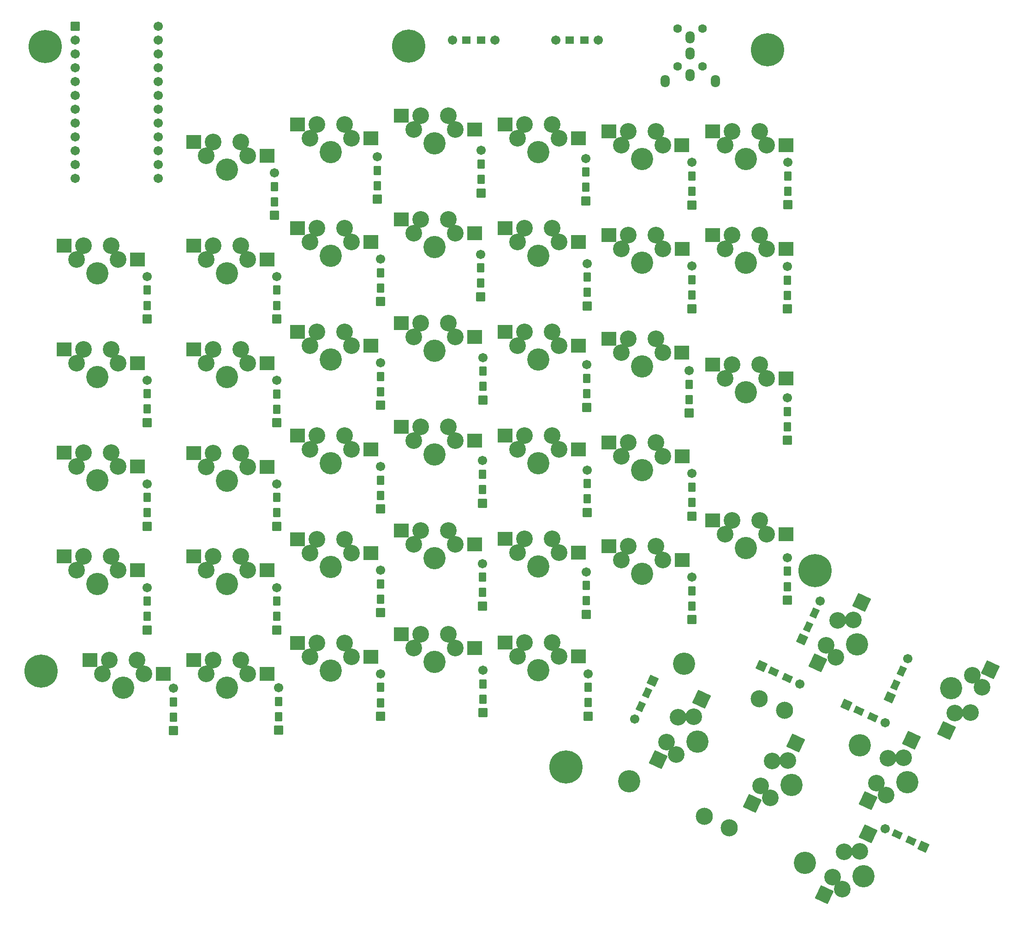
<source format=gts>
G04 #@! TF.GenerationSoftware,KiCad,Pcbnew,7.0.0*
G04 #@! TF.CreationDate,2023-03-24T12:17:37+00:00*
G04 #@! TF.ProjectId,ErgoMaxReversible,4572676f-4d61-4785-9265-766572736962,rev?*
G04 #@! TF.SameCoordinates,Original*
G04 #@! TF.FileFunction,Soldermask,Top*
G04 #@! TF.FilePolarity,Negative*
%FSLAX46Y46*%
G04 Gerber Fmt 4.6, Leading zero omitted, Abs format (unit mm)*
G04 Created by KiCad (PCBNEW 7.0.0) date 2023-03-24 12:17:37*
%MOMM*%
%LPD*%
G01*
G04 APERTURE LIST*
G04 Aperture macros list*
%AMRoundRect*
0 Rectangle with rounded corners*
0 $1 Rounding radius*
0 $2 $3 $4 $5 $6 $7 $8 $9 X,Y pos of 4 corners*
0 Add a 4 corners polygon primitive as box body*
4,1,4,$2,$3,$4,$5,$6,$7,$8,$9,$2,$3,0*
0 Add four circle primitives for the rounded corners*
1,1,$1+$1,$2,$3*
1,1,$1+$1,$4,$5*
1,1,$1+$1,$6,$7*
1,1,$1+$1,$8,$9*
0 Add four rect primitives between the rounded corners*
20,1,$1+$1,$2,$3,$4,$5,0*
20,1,$1+$1,$4,$5,$6,$7,0*
20,1,$1+$1,$6,$7,$8,$9,0*
20,1,$1+$1,$8,$9,$2,$3,0*%
G04 Aperture macros list end*
%ADD10C,6.102000*%
%ADD11C,1.602000*%
%ADD12O,1.702000X2.302000*%
%ADD13RoundRect,0.051000X-0.800000X0.800000X-0.800000X-0.800000X0.800000X-0.800000X0.800000X0.800000X0*%
%ADD14C,1.702000*%
%ADD15RoundRect,0.051000X-0.600000X0.800000X-0.600000X-0.800000X0.600000X-0.800000X0.600000X0.800000X0*%
%ADD16RoundRect,0.051000X-0.978617X-0.205690X0.471475X-0.881879X0.978617X0.205690X-0.471475X0.881879X0*%
%ADD17RoundRect,0.051000X-1.063141X-0.386952X0.386952X-1.063141X1.063141X0.386952X-0.386952X1.063141X0*%
%ADD18RoundRect,0.051000X0.978617X0.205690X-0.471475X0.881879X-0.978617X-0.205690X0.471475X-0.881879X0*%
%ADD19RoundRect,0.051000X1.063141X0.386952X-0.386952X1.063141X-1.063141X-0.386952X0.386952X-1.063141X0*%
%ADD20RoundRect,0.051000X0.205690X-0.978617X0.881879X0.471475X-0.205690X0.978617X-0.881879X-0.471475X0*%
%ADD21RoundRect,0.051000X0.386952X-1.063141X1.063141X0.386952X-0.386952X1.063141X-1.063141X-0.386952X0*%
%ADD22RoundRect,0.051000X-0.205690X0.978617X-0.881879X-0.471475X0.205690X-0.978617X0.881879X0.471475X0*%
%ADD23RoundRect,0.051000X-0.386952X1.063141X-1.063141X-0.386952X0.386952X-1.063141X1.063141X0.386952X0*%
%ADD24RoundRect,0.051000X-0.750000X-0.600000X0.750000X-0.600000X0.750000X0.600000X-0.750000X0.600000X0*%
%ADD25C,3.052000*%
%ADD26C,4.082180*%
%ADD27RoundRect,0.051000X-1.275000X-1.250000X1.275000X-1.250000X1.275000X1.250000X-1.275000X1.250000X0*%
%ADD28RoundRect,0.051000X0.594046X-1.683815X1.671723X0.627270X-0.594046X1.683815X-1.671723X-0.627270X0*%
%ADD29RoundRect,0.051000X-0.594046X1.683815X-1.671723X-0.627270X0.594046X-1.683815X1.671723X0.627270X0*%
%ADD30C,3.150000*%
%ADD31C,4.089800*%
G04 APERTURE END LIST*
D10*
X210842752Y-173375665D03*
X114479969Y-155747076D03*
X247845580Y-41650920D03*
X115282980Y-41036240D03*
X182002380Y-40976880D03*
X256580125Y-137332164D03*
D11*
X231329200Y-37744200D03*
X231329200Y-44744200D03*
X235929200Y-37744200D03*
X235929200Y-44744200D03*
D12*
X229029199Y-47444199D03*
X238229199Y-47444199D03*
X233629199Y-46344199D03*
X233629199Y-42344199D03*
X233629199Y-39344199D03*
D13*
X120729660Y-37378640D03*
D14*
X120729660Y-39918640D03*
X120729660Y-42458640D03*
X120729660Y-44998640D03*
X120729660Y-47538640D03*
X120729660Y-50078640D03*
X120729660Y-52618640D03*
X120729660Y-55158640D03*
X120729660Y-57698640D03*
X120729660Y-60238640D03*
X120729660Y-62778640D03*
X120729660Y-65318640D03*
X135969660Y-65318640D03*
X135969660Y-62778640D03*
X135969660Y-60238640D03*
X135969660Y-57698640D03*
X135969660Y-55158640D03*
X135969660Y-52618640D03*
X135969660Y-50078640D03*
X135969660Y-47538640D03*
X135969660Y-44998640D03*
X135969660Y-42458640D03*
X135969660Y-39918640D03*
X135969660Y-37378640D03*
D15*
X251513340Y-86779560D03*
D13*
X251513340Y-89279560D03*
D14*
X251513340Y-81479560D03*
D15*
X251513340Y-83979560D03*
X133939241Y-107653066D03*
D13*
X133939241Y-110153066D03*
D14*
X133939241Y-102353066D03*
D15*
X133939241Y-104853066D03*
X157740021Y-107662666D03*
D13*
X157740021Y-110162666D03*
D14*
X157740021Y-102362666D03*
D15*
X157740021Y-104862666D03*
X176788761Y-104461946D03*
D13*
X176788761Y-106961946D03*
D14*
X176788761Y-99161946D03*
D15*
X176788761Y-101661946D03*
X195564760Y-103497840D03*
D13*
X195564760Y-105997840D03*
D14*
X195564760Y-98197840D03*
D15*
X195564760Y-100697840D03*
X214635080Y-104821180D03*
D13*
X214635080Y-107321180D03*
D14*
X214635080Y-99521180D03*
D15*
X214635080Y-102021180D03*
X251472700Y-110901940D03*
D13*
X251472700Y-113401940D03*
D14*
X251472700Y-105601940D03*
D15*
X251472700Y-108101940D03*
X176225200Y-66622120D03*
D13*
X176225200Y-69122120D03*
D14*
X176225200Y-61322120D03*
D15*
X176225200Y-63822120D03*
X233453940Y-105903220D03*
D13*
X233453940Y-108403220D03*
D14*
X233453940Y-100603220D03*
D15*
X233453940Y-103103220D03*
X157350460Y-69581220D03*
D13*
X157350460Y-72081220D03*
D14*
X157350460Y-64281220D03*
D15*
X157350460Y-66781220D03*
X214767160Y-86208060D03*
D13*
X214767160Y-88708060D03*
D14*
X214767160Y-80908060D03*
D15*
X214767160Y-83408060D03*
X233954161Y-86702846D03*
D13*
X233954161Y-89202846D03*
D14*
X233954161Y-81402846D03*
D15*
X233954161Y-83902846D03*
D16*
X274207071Y-186969246D03*
D17*
X276472840Y-188025791D03*
D14*
X269403640Y-184729369D03*
D16*
X271669409Y-185785914D03*
D15*
X195191380Y-84508800D03*
D13*
X195191380Y-87008800D03*
D14*
X195191380Y-79208800D03*
D15*
X195191380Y-81708800D03*
X176791261Y-85419966D03*
D13*
X176791261Y-87919966D03*
D14*
X176791261Y-80119966D03*
D15*
X176791261Y-82619966D03*
X157741261Y-88609966D03*
D13*
X157741261Y-91109966D03*
D14*
X157741261Y-83309966D03*
D15*
X157741261Y-85809966D03*
X133935841Y-88609966D03*
D13*
X133935841Y-91109966D03*
D14*
X133935841Y-83309966D03*
D15*
X133935841Y-85809966D03*
X251559060Y-67635580D03*
D13*
X251559060Y-70135580D03*
D14*
X251559060Y-62335580D03*
D15*
X251559060Y-64835580D03*
X233911912Y-67652966D03*
D13*
X233911912Y-70152966D03*
D14*
X233911912Y-62352966D03*
D15*
X233911912Y-64852966D03*
X214495380Y-66904060D03*
D13*
X214495380Y-69404060D03*
D14*
X214495380Y-61604060D03*
D15*
X214495380Y-64104060D03*
X195252340Y-65448640D03*
D13*
X195252340Y-67948640D03*
D14*
X195252340Y-60148640D03*
D15*
X195252340Y-62648640D03*
X214523320Y-142844980D03*
D13*
X214523320Y-145344980D03*
D14*
X214523320Y-137544980D03*
D15*
X214523320Y-140044980D03*
D18*
X248971969Y-155897734D03*
D19*
X246706200Y-154841189D03*
D14*
X253775400Y-158137611D03*
D18*
X251509631Y-157081066D03*
D15*
X233954161Y-143829326D03*
D13*
X233954161Y-146329326D03*
D14*
X233954161Y-138529326D03*
D15*
X233954161Y-141029326D03*
X251475240Y-140254180D03*
D13*
X251475240Y-142754180D03*
D14*
X251475240Y-134954180D03*
D15*
X251475240Y-137454180D03*
D18*
X264618369Y-163052914D03*
D19*
X262352600Y-161996369D03*
D14*
X269421800Y-165292791D03*
D18*
X267156031Y-164236246D03*
D15*
X138811000Y-164249560D03*
D13*
X138811000Y-166749560D03*
D14*
X138811000Y-158949560D03*
D15*
X138811000Y-161449560D03*
X158122620Y-164137800D03*
D13*
X158122620Y-166637800D03*
D14*
X158122620Y-158837800D03*
D15*
X158122620Y-161337800D03*
X176804161Y-161589326D03*
D13*
X176804161Y-164089326D03*
D14*
X176804161Y-156289326D03*
D15*
X176804161Y-158789326D03*
X195559680Y-160947560D03*
D13*
X195559680Y-163447560D03*
D14*
X195559680Y-155647560D03*
D15*
X195559680Y-158147560D03*
X214904161Y-161569326D03*
D13*
X214904161Y-164069326D03*
D14*
X214904161Y-156269326D03*
D15*
X214904161Y-158769326D03*
D20*
X225699166Y-159800189D03*
D21*
X226755711Y-157534420D03*
D14*
X223459289Y-164603620D03*
D20*
X224515834Y-162337851D03*
D15*
X157745761Y-126701366D03*
D13*
X157745761Y-129201366D03*
D14*
X157745761Y-121401366D03*
D15*
X157745761Y-123901366D03*
X176804161Y-123509566D03*
D13*
X176804161Y-126009566D03*
D14*
X176804161Y-118209566D03*
D15*
X176804161Y-120709566D03*
X133949561Y-126693166D03*
D13*
X133949561Y-129193166D03*
D14*
X133949561Y-121393166D03*
D15*
X133949561Y-123893166D03*
X195513960Y-141320980D03*
D13*
X195513960Y-143820980D03*
D14*
X195513960Y-136020980D03*
D15*
X195513960Y-138520980D03*
X176804161Y-142559326D03*
D13*
X176804161Y-145059326D03*
D14*
X176804161Y-137259326D03*
D15*
X176804161Y-139759326D03*
X157754161Y-145739326D03*
D13*
X157754161Y-148239326D03*
D14*
X157754161Y-140439326D03*
D15*
X157754161Y-142939326D03*
X133944161Y-145739326D03*
D13*
X133944161Y-148239326D03*
D14*
X133944161Y-140439326D03*
D15*
X133944161Y-142939326D03*
D22*
X271325494Y-158314491D03*
D23*
X270268949Y-160580260D03*
D14*
X273565371Y-153511060D03*
D22*
X272508826Y-155776829D03*
X255259994Y-147684591D03*
D23*
X254203449Y-149950360D03*
D14*
X257499871Y-142881160D03*
D22*
X256443326Y-145146929D03*
D15*
X233954161Y-124800166D03*
D13*
X233954161Y-127300166D03*
D14*
X233954161Y-119500166D03*
D15*
X233954161Y-122000166D03*
X214703660Y-124132800D03*
D13*
X214703660Y-126632800D03*
D14*
X214703660Y-118832800D03*
D15*
X214703660Y-121332800D03*
X195493640Y-122433540D03*
D13*
X195493640Y-124933540D03*
D14*
X195493640Y-117133540D03*
D15*
X195493640Y-119633540D03*
D24*
X214195920Y-39875460D03*
D14*
X216745920Y-39875460D03*
X208945920Y-39875460D03*
D24*
X211495920Y-39875460D03*
X195257680Y-39875460D03*
D14*
X197807680Y-39875460D03*
X190007680Y-39875460D03*
D24*
X192557680Y-39875460D03*
D25*
X144787100Y-80150640D03*
X146057100Y-77610640D03*
D26*
X148597100Y-82690640D03*
D25*
X151137100Y-77610640D03*
X152407100Y-80150640D03*
D27*
X155957100Y-80150640D03*
X142507100Y-77610640D03*
D25*
X201950000Y-153110000D03*
X203220000Y-150570000D03*
D26*
X205760000Y-155650000D03*
D25*
X208300000Y-150570000D03*
X209570000Y-153110000D03*
D27*
X213120000Y-153110000D03*
X199670000Y-150570000D03*
D25*
X182882700Y-75355080D03*
X184152700Y-72815080D03*
D26*
X186692700Y-77895080D03*
D25*
X189232700Y-72815080D03*
X190502700Y-75355080D03*
D27*
X194052700Y-75355080D03*
X180602700Y-72815080D03*
D25*
X240050000Y-102055640D03*
X241320000Y-99515640D03*
D26*
X243860000Y-104595640D03*
D25*
X246400000Y-99515640D03*
X247670000Y-102055640D03*
D27*
X251220000Y-102055640D03*
X237770000Y-99515640D03*
D25*
X220957600Y-97296040D03*
X222227600Y-94756040D03*
D26*
X224767600Y-99836040D03*
D25*
X227307600Y-94756040D03*
X228577600Y-97296040D03*
D27*
X232127600Y-97296040D03*
X218677600Y-94756040D03*
D25*
X201924600Y-76947420D03*
X203194600Y-74407420D03*
D26*
X205734600Y-79487420D03*
D25*
X208274600Y-74407420D03*
X209544600Y-76947420D03*
D27*
X213094600Y-76947420D03*
X199644600Y-74407420D03*
D25*
X201924440Y-95985260D03*
X203194440Y-93445260D03*
D26*
X205734440Y-98525260D03*
D25*
X208274440Y-93445260D03*
X209544440Y-95985260D03*
D27*
X213094440Y-95985260D03*
X199644440Y-93445260D03*
D25*
X182879040Y-94399540D03*
X184149040Y-91859540D03*
D26*
X186689040Y-96939540D03*
D25*
X189229040Y-91859540D03*
X190499040Y-94399540D03*
D27*
X194049040Y-94399540D03*
X180599040Y-91859540D03*
D25*
X163834600Y-96002620D03*
X165104600Y-93462620D03*
D26*
X167644600Y-98542620D03*
D25*
X170184600Y-93462620D03*
X171454600Y-96002620D03*
D27*
X175004600Y-96002620D03*
X161554600Y-93462620D03*
D25*
X144785860Y-99203340D03*
X146055860Y-96663340D03*
D26*
X148595860Y-101743340D03*
D25*
X151135860Y-96663340D03*
X152405860Y-99203340D03*
D27*
X155955860Y-99203340D03*
X142505860Y-96663340D03*
D25*
X120985080Y-99193740D03*
X122255080Y-96653740D03*
D26*
X124795080Y-101733740D03*
D25*
X127335080Y-96653740D03*
X128605080Y-99193740D03*
D27*
X132155080Y-99193740D03*
X118705080Y-96653740D03*
D25*
X240050000Y-78235940D03*
X241320000Y-75695940D03*
D26*
X243860000Y-80775940D03*
D25*
X246400000Y-75695940D03*
X247670000Y-78235940D03*
D27*
X251220000Y-78235940D03*
X237770000Y-75695940D03*
D25*
X221000000Y-78243520D03*
X222270000Y-75703520D03*
D26*
X224810000Y-80783520D03*
D25*
X227350000Y-75703520D03*
X228620000Y-78243520D03*
D27*
X232170000Y-78243520D03*
X218720000Y-75703520D03*
D25*
X240050000Y-59195640D03*
X241320000Y-56655640D03*
D26*
X243860000Y-61735640D03*
D25*
X246400000Y-56655640D03*
X247670000Y-59195640D03*
D27*
X251220000Y-59195640D03*
X237770000Y-56655640D03*
D25*
X163837100Y-76960640D03*
X165107100Y-74420640D03*
D26*
X167647100Y-79500640D03*
D25*
X170187100Y-74420640D03*
X171457100Y-76960640D03*
D27*
X175007100Y-76960640D03*
X161557100Y-74420640D03*
D25*
X220957751Y-59193640D03*
X222227751Y-56653640D03*
D26*
X224767751Y-61733640D03*
D25*
X227307751Y-56653640D03*
X228577751Y-59193640D03*
D27*
X232127751Y-59193640D03*
X218677751Y-56653640D03*
D25*
X163840000Y-57907040D03*
X165110000Y-55367040D03*
D26*
X167650000Y-60447040D03*
D25*
X170190000Y-55367040D03*
X171460000Y-57907040D03*
D27*
X175010000Y-57907040D03*
X161560000Y-55367040D03*
D25*
X120981680Y-80150640D03*
X122251680Y-77610640D03*
D26*
X124791680Y-82690640D03*
D25*
X127331680Y-77610640D03*
X128601680Y-80150640D03*
D27*
X132151680Y-80150640D03*
X118701680Y-77610640D03*
D25*
X201950000Y-134070000D03*
X203220000Y-131530000D03*
D26*
X205760000Y-136610000D03*
D25*
X208300000Y-131530000D03*
X209570000Y-134070000D03*
D27*
X213120000Y-134070000D03*
X199670000Y-131530000D03*
D25*
X261538754Y-195830770D03*
X259773457Y-193606309D03*
D26*
X265450951Y-193451188D03*
D25*
X261920358Y-189002265D03*
X264759105Y-188924705D03*
D28*
X266259400Y-185707312D03*
X258273162Y-196823702D03*
D25*
X248310883Y-179106170D03*
X246545586Y-176881709D03*
D26*
X252223080Y-176726588D03*
D25*
X248692487Y-172277665D03*
X251531234Y-172200105D03*
D28*
X253031529Y-168982712D03*
X245045291Y-180099102D03*
D25*
X231040239Y-171087990D03*
X229274942Y-168863529D03*
D26*
X234952436Y-168708408D03*
D25*
X231421843Y-164259485D03*
X234260590Y-164181925D03*
D28*
X235760885Y-160964532D03*
X227774647Y-172080922D03*
D25*
X163850000Y-134100000D03*
X165120000Y-131560000D03*
D26*
X167660000Y-136640000D03*
D25*
X170200000Y-131560000D03*
X171470000Y-134100000D03*
D27*
X175020000Y-134100000D03*
X161570000Y-131560000D03*
D25*
X144790000Y-61113640D03*
X146060000Y-58573640D03*
D26*
X148600000Y-63653640D03*
D25*
X151140000Y-58573640D03*
X152410000Y-61113640D03*
D27*
X155960000Y-61113640D03*
X142510000Y-58573640D03*
D25*
X182900000Y-113447240D03*
X184170000Y-110907240D03*
D26*
X186710000Y-115987240D03*
D25*
X189250000Y-110907240D03*
X190520000Y-113447240D03*
D27*
X194070000Y-113447240D03*
X180620000Y-110907240D03*
D25*
X163850000Y-153130000D03*
X165120000Y-150590000D03*
D26*
X167660000Y-155670000D03*
D25*
X170200000Y-150590000D03*
X171470000Y-153130000D03*
D27*
X175020000Y-153130000D03*
X161570000Y-150590000D03*
D25*
X144800000Y-156330000D03*
X146070000Y-153790000D03*
D26*
X148610000Y-158870000D03*
D25*
X151150000Y-153790000D03*
X152420000Y-156330000D03*
D27*
X155970000Y-156330000D03*
X142520000Y-153790000D03*
D25*
X125750000Y-156330000D03*
X127020000Y-153790000D03*
D26*
X129560000Y-158870000D03*
D25*
X132100000Y-153790000D03*
X133370000Y-156330000D03*
D27*
X136920000Y-156330000D03*
X123470000Y-153790000D03*
D25*
X269571608Y-178591138D03*
X267806311Y-176366677D03*
D26*
X273483805Y-176211556D03*
D25*
X269953212Y-171762633D03*
X272791959Y-171685073D03*
D28*
X274292254Y-168467680D03*
X266306016Y-179584070D03*
D25*
X182900000Y-151530000D03*
X184170000Y-148990000D03*
D26*
X186710000Y-154070000D03*
D25*
X189250000Y-148990000D03*
X190520000Y-151530000D03*
D27*
X194070000Y-151530000D03*
X180620000Y-148990000D03*
D25*
X240050000Y-130610000D03*
X241320000Y-128070000D03*
D26*
X243860000Y-133150000D03*
D25*
X246400000Y-128070000D03*
X247670000Y-130610000D03*
D27*
X251220000Y-130610000D03*
X237770000Y-128070000D03*
D25*
X221000000Y-135370000D03*
X222270000Y-132830000D03*
D26*
X224810000Y-137910000D03*
D25*
X227350000Y-132830000D03*
X228620000Y-135370000D03*
D27*
X232170000Y-135370000D03*
X218720000Y-132830000D03*
D25*
X120995400Y-118233840D03*
X122265400Y-115693840D03*
D26*
X124805400Y-120773840D03*
D25*
X127345400Y-115693840D03*
X128615400Y-118233840D03*
D27*
X132165400Y-118233840D03*
X118715400Y-115693840D03*
D25*
X182900000Y-132490000D03*
X184170000Y-129950000D03*
D26*
X186710000Y-135030000D03*
D25*
X189250000Y-129950000D03*
X190520000Y-132490000D03*
D27*
X194070000Y-132490000D03*
X180620000Y-129950000D03*
D25*
X144800000Y-137280000D03*
X146070000Y-134740000D03*
D26*
X148610000Y-139820000D03*
D25*
X151150000Y-134740000D03*
X152420000Y-137280000D03*
D27*
X155970000Y-137280000D03*
X142520000Y-134740000D03*
D25*
X120990000Y-137280000D03*
X122260000Y-134740000D03*
D26*
X124800000Y-139820000D03*
D25*
X127340000Y-134740000D03*
X128610000Y-137280000D03*
D27*
X132160000Y-137280000D03*
X118710000Y-134740000D03*
D25*
X285446879Y-156566811D03*
X287212176Y-158791272D03*
D26*
X281534682Y-158946393D03*
D25*
X285065275Y-163395316D03*
X282226528Y-163472876D03*
D29*
X280726233Y-166690269D03*
X288712471Y-155573879D03*
D25*
X260362697Y-153275978D03*
X258597400Y-151051517D03*
D26*
X264274894Y-150896396D03*
D25*
X260744301Y-146447473D03*
X263583048Y-146369913D03*
D28*
X265083343Y-143152520D03*
X257097105Y-154268910D03*
D25*
X221000000Y-116340840D03*
X222270000Y-113800840D03*
D26*
X224810000Y-118880840D03*
D25*
X227350000Y-113800840D03*
X228620000Y-116340840D03*
D27*
X232170000Y-116340840D03*
X218720000Y-113800840D03*
D25*
X201950000Y-115030000D03*
X203220000Y-112490000D03*
D26*
X205760000Y-117570000D03*
D25*
X208300000Y-112490000D03*
X209570000Y-115030000D03*
D27*
X213120000Y-115030000D03*
X199670000Y-112490000D03*
D25*
X163850000Y-115050240D03*
X165120000Y-112510240D03*
D26*
X167660000Y-117590240D03*
D25*
X170200000Y-112510240D03*
X171470000Y-115050240D03*
D27*
X175020000Y-115050240D03*
X161570000Y-112510240D03*
D25*
X144791600Y-118242040D03*
X146061600Y-115702040D03*
D26*
X148601600Y-120782040D03*
D25*
X151141600Y-115702040D03*
X152411600Y-118242040D03*
D27*
X155961600Y-118242040D03*
X142511600Y-115702040D03*
D25*
X182880000Y-56309640D03*
X184150000Y-53769640D03*
D26*
X186690000Y-58849640D03*
D25*
X189230000Y-53769640D03*
X190500000Y-56309640D03*
D27*
X194050000Y-56309640D03*
X180600000Y-53769640D03*
D25*
X201920000Y-57893640D03*
X203190000Y-55353640D03*
D26*
X205730000Y-60433640D03*
D25*
X208270000Y-55353640D03*
X209540000Y-57893640D03*
D27*
X213090000Y-57893640D03*
X199640000Y-55353640D03*
D30*
X246328213Y-160840894D03*
D31*
X232516082Y-154400192D03*
D30*
X236237779Y-182479899D03*
D31*
X222425648Y-176039197D03*
D30*
X240847303Y-184594102D03*
D31*
X254659434Y-191034804D03*
D30*
X250937737Y-162955097D03*
D31*
X264749868Y-169395799D03*
M02*

</source>
